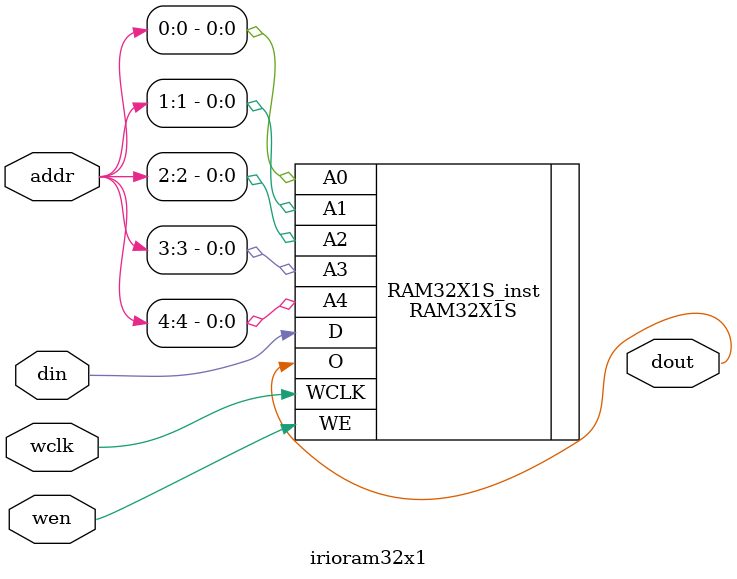
<source format=v>

module irio(clk,rdwr,strobe,our_addr,addr,busy_in,busy_out,
       addr_match_in,addr_match_out,datin,datout,
       u100clk, u1clk, rxled, txled, irout, irin);
    input  clk;              // system clock
    input  rdwr;             // direction of this transfer. Read=1; Write=0
    input  strobe;           // true on full valid command
    input  [3:0] our_addr;   // high byte of our assigned address
    input  [11:0] addr;      // address of target peripheral
    input  busy_in;          // ==1 if a previous peripheral is busy
    output busy_out;         // ==our busy state if our address, pass through otherwise
    input  addr_match_in;    // ==1 if a previous peripheral claims the address
    output addr_match_out;   // ==1 if we claim the above address, pass through otherwise
    input  [7:0] datin ;     // Data INto the peripheral;
    output [7:0] datout ;    // Data OUTput from the peripheral, = datin if not us.
    input  u100clk;          // 100 microsecond clock pulse
    input  u1clk;            // 1 microsecond clock pulse
    output rxled;            // Set low when we're getting a packet
    output txled;            // Set low when sending a packet
    output irout;            // Controls the IR LEDs.  Low=on
    input  irin;             // Data from the IR receiver

    // IR pulse width registers and lines
    reg    in0;              // The value of the IR input but in our clock domain
    reg    [5:0] main;       // Main pulse width comparison clock
    reg    pclk;             // Period clock (200 us)
    reg    [5:0] count;      // Count of bits received after AGC/pause
    reg    [1:0] state;      // receiver: wait agc, in agc, in pause, in data
                             // transmitter: agc, agc pause, data, data trailing bit
    reg    inone;            // sub-state to the "in data" state.
    reg    data_ready;       // ==1 if a packet is ready for the host
    reg    inxmit;           // ==1 if we are transmitting an IR packet
    reg    [3:0] c76k;       // 76 KHz clock (about)
    reg    c38k;             // 38.4 KHz clock (about)

    // Addressing, bus interface, and spare I/O lines and registers
    wire   myaddr;           // ==1 if a correct read/write on our address

    // Registers for Rx and Tx data
    wire   rxout;            // Rx RAM output line
    wire   [4:0] rxaddr;     // Rx RAM address lines
    wire   rxin;             // Rx RAM input lines
    wire   rxwen;            // Rx RAM write enable
    irioram32x1 irrx(rxout,rxaddr,rxin,clk,wen);

    initial
    begin
        state = 0;       // Receiver is waiting for AGC pulse
        inone = 1;       // state 3 starts with the input high
        in0 = 0;         // Start assuming no IR signal present
        data_ready = 0;
        main = 0;
        inxmit = 0;
    end


    always @(posedge clk)
    begin
        // Get the 200 microsecond clock
        if (u100clk)
            pclk <= ~pclk;

        // Get the 38 KHz clock
        if (u1clk)
        begin
            if (c76k == 12)          // 0-12 is 13 useconds
            begin
                c76k <= 0;
                c38k <= ~c38k;
            end
            else
                c76k <= c76k + 1;
        end

        // Handle reads and writes from the host
        if (strobe && myaddr && (addr[4:0] == 31))
        begin
            if (rdwr)
                data_ready <= 0;     // Clear data ready on a read
            else
            begin
                inxmit <= 1;         // Start xmit state machine   
                state <= 0;          // xmitter sends AGC first
                main <= 0;
            end
        end

        // Do xmit state machine on each edge of the 1 MHz clock
        else if (pclk && u100clk && inxmit)
        begin
            if (state == 0)          // Sending a 10 ms AGC pulse
            begin
                if (main == 50)
                begin
                    main <= 0;
                    state <= 1;
                end
                else
                    main <= main +1;
            end
            if (state == 1)          // Sending 4.4 ms pause after AGC
            begin
                if (main == 22)
                begin
                    main <= 0;
                    state <= 2;      // Go to 'sending bits' state
                    count <= 0;      // Start on bit #0
                    inone <= 1;      // start bit by sending IR pulse
                    c38k <= 0;
                end
                else
                    main <= main +1;
            end
            if (state == 2)          // Sending data bits
            begin
                if (inone)
                begin
                    if (main == 2)   // End of 600 us IR pulse?
                    begin
                        main <= 0;
                        inone <= 0;
                    end
                    else
                        main <= main + 1;
                end
                else  // must be in pause after bit's IR pulse
                begin
                    if (((rxout == 0) && (main != 2)) ||
                        ((rxout == 1) && (main != 7)))
                    begin
                        main <= main + 1;
                    end
                    else  // done with this bit
                    begin
                        if (count == 31)
                        begin
                            state <= 3;
                        end
                        else  // go to start of next bit
                        begin
                            count <= count + 1;
                        end
                        inone <= 1;
                        c38k <= 0;
                        main <= 0;
                    end
                end
            end
            if (state == 3)          // Sending trailing pulse to define last bit
            begin
                if (main == 2)       // Trailing pulse is 600 us
                begin
                    main <= 0;
                    inxmit <= 0;
                    state <= 0;      // Let receiver listen for AGC pulse
                end
                else
                    main <= main +1;
            end
        end

        // Do all receiver processing on edge of 200 us clock
        else if (pclk && u100clk && ~data_ready && ~inxmit)
        begin
            // Get the input into our clock domain
            // in0 == 1 when IR signal is present.
            in0 <= ~irin;

            // Process the state machine
            if (state == 0)          // waiting for AGC
            begin
                main <= (in0) ? (main + 1) : 0;
                if (main == 40)      // 8 milliseconds ?
                    state <= 1;      // go to "in AGC"
            end
            else if (state == 1)     // in AGC pulse, wait for its end
            begin
                if (in0 == 0)
                begin
                    state <= 2;      // go to "in pause"
                    main <= 0;
                end
            end
            else if (state == 2)     // in pause
            begin
                if (in0 == 0)
                begin
                    main <= main + 1;
                    if (main == 6'h3f)   // error if main wraps while in pause period
                        state <= 0;  // Back to waiting for AGC pulse
                end
                else
                begin                // getting an IR signal, go get data bits
                    if (main > 9)    // pause period is at least 1.8 milliseconds
                    begin
                        state <= 3;  // Go get data bits
                        inone <= 1;
                        count <= 0;
                    end
                    else             // pause less than 2 ms is an error
                    begin
                        state <= 0;  // Back to waiting for AGC pulse
                    end
                    main <= 0; 
                end
            end
            else if (state == 3)     // collecting data bits
            begin
                if (inone == 0)      // data is in the low period.  Measure this time
                begin
                    if (in0 == 0)
                    begin
                        main <= main + 1;
                        if (main > 20)
                        begin
                            data_ready <= 1;
                            state <= 0;
                            main <= 0;
                        end
                    end
                    else             // Got the edge of the next bit.  Record this bit
                    begin
                        // The value of main is stored in the shift register at this time
                        main <= 0;
                        inone <= 1;
                        count <= count + 1;
                        if (count == 5'h1f)   // Force packet end on bit 31
                        begin
                            data_ready <= 1;
                            state <= 0;
                            main <= 0;
                        end
                    end
                end
                else     // inone==1
                begin
                    if (in0 == 0)
                    begin
                        // At the end of the IR pulse.  Was it the right width?
                        if (main > 5)
                        begin
                            main <= 0;
                            state <= 0;
                        end
                        else         // switch to inone==false and measure time
                        begin
                            inone <= 0;
                            main <= 0;
                        end
                    end
                    else             // input==1 so state in the 'inone==true' state
                    begin
                        main <= main + 1;
                    end
                end
            end
        end
    end


    // Route the RAM and output lines
    assign rxaddr = (strobe & myaddr) ? addr[4:0] : count[4:0] ;
    // data into the RAM is the data bus on host write or the IR signal on receive pkts
    assign rxin = (strobe & myaddr & ~rdwr & ~(addr[5:0] == 32)) ? datin[0] :
                  (main > 4) ? 1 : 0;   // decide if bit is a zero or a one
    // latch data while receiving IR or when getting a packet from the host
    assign wen  = ((state == 3) && (inone == 0) && (in0 == 1))  // start of next IR bit
                  | (strobe & myaddr & ~rdwr & ~(addr[5:0] == 32)); // latch host write

    // Assign the outputs.
    assign myaddr = (addr[11:8] == our_addr) && (addr[7:5] == 0);
    assign datout = (~myaddr) ? datin :
                    (~strobe && myaddr && data_ready) ? 8'h20 :  // Send 32 bytes if ready
                    (strobe) ? {7'h0,rxout} : 
                    0 ; 

    // Loop in-to-out where appropriate
    assign busy_out = busy_in;
    assign addr_match_out = myaddr | addr_match_in;

    assign rxled = ~(((state != 0) && ~inxmit) || data_ready);
    assign txled = ~inxmit;
    assign irout = ~(inxmit & c38k & inone & (state != 1));

endmodule


module irioram32x1(dout,addr,din,wclk,wen);
   output dout;
   input  [4:0] addr;
   input  din;
   input  wclk;
   input  wen;

    // RAM32X1S: 32 x 1 posedge write distributed (LUT) RAM
    //           All FPGA
    // Xilinx HDL Libraries Guide, version 10.1.2

    RAM32X1S #(
        .INIT(32'h0000)  // Initial contents of RAM
    ) RAM32X1S_inst (
    .O(dout),      // RAM output
    .A0(addr[0]),  // RAM address[0] input
    .A1(addr[1]),  // RAM address[1] input
    .A2(addr[2]),  // RAM address[2] input
    .A3(addr[3]),  // RAM address[3] input
    .A4(addr[4]),  // RAM address[4] input
    .D(din),       // RAM data input
    .WCLK(wclk),   // Write clock input
    .WE(wen)       // Write enable input
    );

    // End of RAM32X1S_inst instantiation
endmodule


</source>
